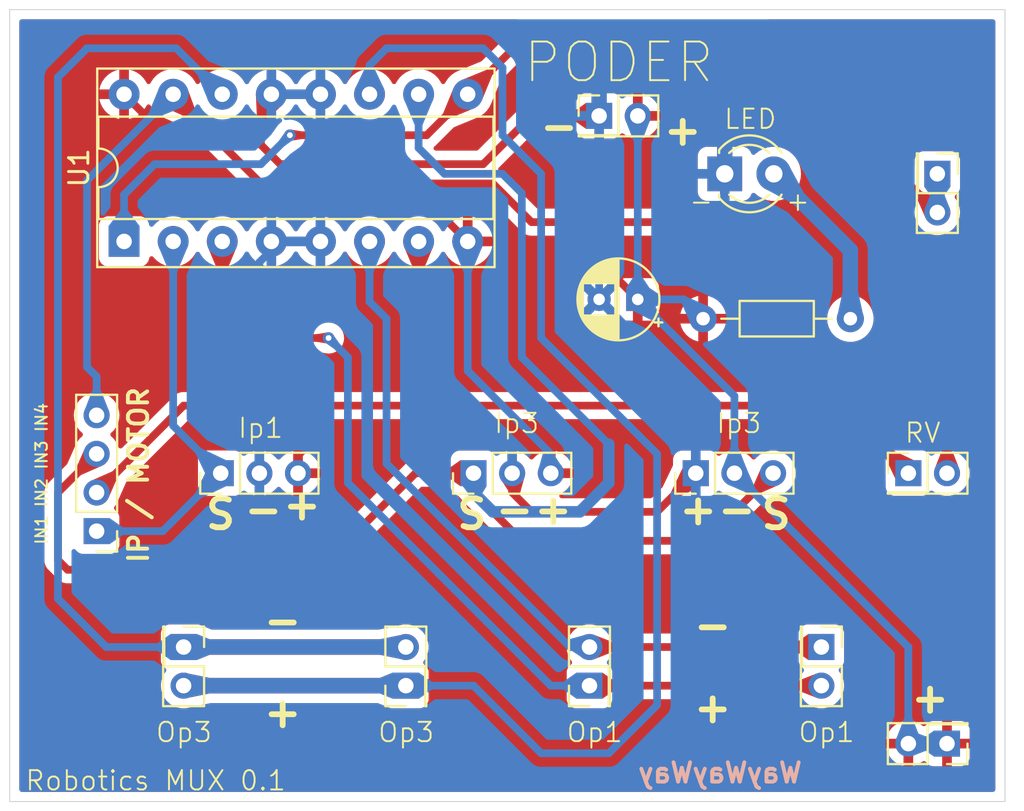
<source format=kicad_pcb>
(kicad_pcb (version 20240108) (generator "pcbnew") (generator_version "8.0")
  (layers (0 "F.Cu" signal) (31 "B.Cu" signal) (34 "B.Paste" user) (35 "F.Paste" user) (36 "B.SilkS" user "B.Silkscreen") (37 "F.SilkS" user "F.Silkscreen") (38 "B.Mask" user) (39 "F.Mask" user) (44 "Edge.Cuts" user))
  (net 0 "")
  (net 1 "Net-(D1-A)")
  (net 2 "VCC")
  (net 3 "GND")
  (net 4 "/1A")
  (net 5 "/3A")
  (net 6 "/4A")
  (net 7 "/2A")
  (net 8 "/4Y")
  (net 9 "/3Y")
  (net 10 "/1Y")
  (net 11 "/2Y")
  (net 12 "/ENABLE")
  (footprint "Connector_PinHeader_2.00mm:PinHeader_2x01_P2.00mm_Vertical" (layer "F.Cu") (at 120 72.5)
    (property "Reference" "J8" (hide yes))
    (property "Value" "RV_Top")
    (fp_line (start -1.06 -1.06) (end 0 -1.06) (stroke (width 0.12)) (layer "F.SilkS"))
    (fp_line (start -1.06 0) (end -1.06 -1.06) (stroke (width 0.12)) (layer "F.SilkS"))
    (fp_line (start -1.06 1) (end -1.06 1.06) (stroke (width 0.12)) (layer "F.SilkS"))
    (fp_line (start -1.06 1) (end 1 1) (stroke (width 0.12)) (layer "F.SilkS"))
    (fp_line (start -1.06 1.06) (end 3.06 1.06) (stroke (width 0.12)) (layer "F.SilkS"))
    (fp_line (start 1 -1.06) (end 3.06 -1.06) (stroke (width 0.12)) (layer "F.SilkS"))
    (fp_line (start 1 1) (end 1 -1.06) (stroke (width 0.12)) (layer "F.SilkS"))
    (fp_line (start 3.06 -1.06) (end 3.06 1.06) (stroke (width 0.12)) (layer "F.SilkS"))
    (pad "1" thru_hole rect (at 0 0) (size 1.35 1.35) (drill 0.8) (layers "*.Cu" "*.Mask") (net 7 "/2A"))
    (pad "2" thru_hole oval (at 2 0) (size 1.35 1.35) (drill 0.8) (layers "*.Cu" "*.Mask") (net 6 "/4A"))
  )
  (footprint "Connector_PinHeader_2.00mm:PinHeader_2x01_P2.00mm_Vertical" (layer "F.Cu") (at 103.5 83.5 90)
    (property "Reference" "J3" (hide yes))
    (property "Value" "Op1_Left")
    (fp_line (start 3.06 -1.06) (end 3.06 1.06) (stroke (width 0.12)) (layer "F.SilkS"))
    (fp_line (start 1 -1.06) (end 3.06 -1.06) (stroke (width 0.12)) (layer "F.SilkS"))
    (fp_line (start -1.06 -1.06) (end 0 -1.06) (stroke (width 0.12)) (layer "F.SilkS"))
    (fp_line (start -1.06 0) (end -1.06 -1.06) (stroke (width 0.12)) (layer "F.SilkS"))
    (fp_line (start 1 1) (end 1 -1.06) (stroke (width 0.12)) (layer "F.SilkS"))
    (fp_line (start -1.06 1) (end 1 1) (stroke (width 0.12)) (layer "F.SilkS"))
    (fp_line (start -1.06 1) (end -1.06 1.06) (stroke (width 0.12)) (layer "F.SilkS"))
    (fp_line (start -1.06 1.06) (end 3.06 1.06) (stroke (width 0.12)) (layer "F.SilkS"))
    (pad "1" thru_hole rect (at 0 0 90) (size 1.35 1.35) (drill 0.8) (layers "*.Cu" "*.Mask") (net 10 "/1Y"))
    (pad "2" thru_hole oval (at 2 0 90) (size 1.35 1.35) (drill 0.8) (layers "*.Cu" "*.Mask") (net 11 "/2Y"))
  )
  (footprint "Connector_PinHeader_2.00mm:PinHeader_1x03_P2.00mm_Vertical" (layer "F.Cu") (at 84.42 72.5 90)
    (property "Reference" "J5" (hide yes))
    (property "Value" "Ip1")
    (fp_line (start -1.06 -1.06) (end 0 -1.06) (stroke (width 0.12)) (layer "F.SilkS"))
    (fp_line (start -1.06 0) (end -1.06 -1.06) (stroke (width 0.12)) (layer "F.SilkS"))
    (fp_line (start 1.06 1) (end 1.06 5.06) (stroke (width 0.12)) (layer "F.SilkS"))
    (fp_line (start -1.06 1) (end 1.06 1) (stroke (width 0.12)) (layer "F.SilkS"))
    (fp_line (start -1.06 1) (end -1.06 5.06) (stroke (width 0.12)) (layer "F.SilkS"))
    (fp_line (start -1.06 5.06) (end 1.06 5.06) (stroke (width 0.12)) (layer "F.SilkS"))
    (pad "1" thru_hole rect (at 0 0 90) (size 1.35 1.35) (drill 0.8) (layers "*.Cu" "*.Mask") (net 4 "/1A"))
    (pad "2" thru_hole oval (at 0 2 90) (size 1.35 1.35) (drill 0.8) (layers "*.Cu" "*.Mask") (net 3 "GND"))
    (pad "3" thru_hole oval (at 0 4 90) (size 1.35 1.35) (drill 0.8) (layers "*.Cu" "*.Mask") (net 2 "VCC"))
  )
  (footprint "Capacitor_THT:CP_Radial_D4.0mm_P2.00mm" (layer "F.Cu") (at 106 63.5 180)
    (property "Reference" "C1" (hide yes))
    (property "Value" "100µF")
    (fp_line (start 3.081 -0.37) (end 3.081 0.37) (stroke (width 0.12)) (layer "F.SilkS"))
    (fp_line (start 3.041 -0.537) (end 3.041 0.537) (stroke (width 0.12)) (layer "F.SilkS"))
    (fp_line (start 3.001 -0.664) (end 3.001 0.664) (stroke (width 0.12)) (layer "F.SilkS"))
    (fp_line (start 2.961 -0.768) (end 2.961 0.768) (stroke (width 0.12)) (layer "F.SilkS"))
    (fp_line (start 2.921 -0.859) (end 2.921 0.859) (stroke (width 0.12)) (layer "F.SilkS"))
    (fp_line (start 2.881 -0.94) (end 2.881 0.94) (stroke (width 0.12)) (layer "F.SilkS"))
    (fp_line (start 2.841 -1.013) (end 2.841 1.013) (stroke (width 0.12)) (layer "F.SilkS"))
    (fp_line (start 2.801 0.84) (end 2.801 1.08) (stroke (width 0.12)) (layer "F.SilkS"))
    (fp_line (start 2.801 -1.08) (end 2.801 -0.84) (stroke (width 0.12)) (layer "F.SilkS"))
    (fp_line (start 2.761 0.84) (end 2.761 1.142) (stroke (width 0.12)) (layer "F.SilkS"))
    (fp_line (start 2.761 -1.142) (end 2.761 -0.84) (stroke (width 0.12)) (layer "F.SilkS"))
    (fp_line (start 2.721 0.84) (end 2.721 1.2) (stroke (width 0.12)) (layer "F.SilkS"))
    (fp_line (start 2.721 -1.2) (end 2.721 -0.84) (stroke (width 0.12)) (layer "F.SilkS"))
    (fp_line (start 2.681 0.84) (end 2.681 1.254) (stroke (width 0.12)) (layer "F.SilkS"))
    (fp_line (start 2.681 -1.254) (end 2.681 -0.84) (stroke (width 0.12)) (layer "F.SilkS"))
    (fp_line (start 2.641 0.84) (end 2.641 1.304) (stroke (width 0.12)) (layer "F.SilkS"))
    (fp_line (start 2.641 -1.304) (end 2.641 -0.84) (stroke (width 0.12)) (layer "F.SilkS"))
    (fp_line (start 2.601 0.84) (end 2.601 1.351) (stroke (width 0.12)) (layer "F.SilkS"))
    (fp_line (start 2.601 -1.351) (end 2.601 -0.84) (stroke (width 0.12)) (layer "F.SilkS"))
    (fp_line (start 2.561 0.84) (end 2.561 1.396) (stroke (width 0.12)) (layer "F.SilkS"))
    (fp_line (start 2.561 -1.396) (end 2.561 -0.84) (stroke (width 0.12)) (layer "F.SilkS"))
    (fp_line (start 2.521 0.84) (end 2.521 1.438) (stroke (width 0.12)) (layer "F.SilkS"))
    (fp_line (start 2.521 -1.438) (end 2.521 -0.84) (stroke (width 0.12)) (layer "F.SilkS"))
    (fp_line (start 2.481 0.84) (end 2.481 1.478) (stroke (width 0.12)) (layer "F.SilkS"))
    (fp_line (start 2.481 -1.478) (end 2.481 -0.84) (stroke (width 0.12)) (layer "F.SilkS"))
    (fp_line (start 2.441 0.84) (end 2.441 1.516) (stroke (width 0.12)) (layer "F.SilkS"))
    (fp_line (start 2.441 -1.516) (end 2.441 -0.84) (stroke (width 0.12)) (layer "F.SilkS"))
    (fp_line (start 2.401 0.84) (end 2.401 1.552) (stroke (width 0.12)) (layer "F.SilkS"))
    (fp_line (start 2.401 -1.552) (end 2.401 -0.84) (stroke (width 0.12)) (layer "F.SilkS"))
    (fp_line (start 2.361 0.84) (end 2.361 1.587) (stroke (width 0.12)) (layer "F.SilkS"))
    (fp_line (start 2.361 -1.587) (end 2.361 -0.84) (stroke (width 0.12)) (layer "F.SilkS"))
    (fp_line (start 2.321 0.84) (end 2.321 1.619) (stroke (width 0.12)) (layer "F.SilkS"))
    (fp_line (start 2.321 -1.619) (end 2.321 -0.84) (stroke (width 0.12)) (layer "F.SilkS"))
    (fp_line (start 2.281 0.84) (end 2.281 1.65) (stroke (width 0.12)) (layer "F.SilkS"))
    (fp_line (start 2.281 -1.65) (end 2.281 -0.84) (stroke (width 0.12)) (layer "F.SilkS"))
    (fp_line (start 2.241 0.84) (end 2.241 1.68) (stroke (width 0.12)) (layer "F.SilkS"))
    (fp_line (start 2.241 -1.68) (end 2.241 -0.84) (stroke (width 0.12)) (layer "F.SilkS"))
    (fp_line (start 2.201 0.84) (end 2.201 1.708) (stroke (width 0.12)) (layer "F.SilkS"))
    (fp_line (start 2.201 -1.708) (end 2.201 -0.84) (stroke (width 0.12)) (layer "F.SilkS"))
    (fp_line (start 2.161 0.84) (end 2.161 1.735) (stroke (width 0.12)) (layer "F.SilkS"))
    (fp_line (start 2.161 -1.735) (end 2.161 -0.84) (stroke (width 0.12)) (layer "F.SilkS"))
    (fp_line (start 2.121 0.84) (end 2.121 1.76) (stroke (width 0.12)) (layer "F.SilkS"))
    (fp_line (start 2.121 -1.76) (end 2.121 -0.84) (stroke (width 0.12)) (layer "F.SilkS"))
    (fp_line (start 2.081 0.84) (end 2.081 1.785) (stroke (width 0.12)) (layer "F.SilkS"))
    (fp_line (start 2.081 -1.785) (end 2.081 -0.84) (stroke (width 0.12)) (layer "F.SilkS"))
    (fp_line (start 2.041 0.84) (end 2.041 1.808) (stroke (width 0.12)) (layer "F.SilkS"))
    (fp_line (start 2.041 -1.808) (end 2.041 -0.84) (stroke (width 0.12)) (layer "F.SilkS"))
    (fp_line (start 2.001 0.84) (end 2.001 1.83) (stroke (width 0.12)) (layer "F.SilkS"))
    (fp_line (start 2.001 -1.83) (end 2.001 -0.84) (stroke (width 0.12)) (layer "F.SilkS"))
    (fp_line (start 1.961 0.84) (end 1.961 1.851) (stroke (width 0.12)) (layer "F.SilkS"))
    (fp_line (start 1.961 -1.851) (end 1.961 -0.84) (stroke (width 0.12)) (layer "F.SilkS"))
    (fp_line (start 1.921 0.84) (end 1.921 1.87) (stroke (width 0.12)) (layer "F.SilkS"))
    (fp_line (start 1.921 -1.87) (end 1.921 -0.84) (stroke (width 0.12)) (layer "F.SilkS"))
    (fp_line (start 1.881 0.84) (end 1.881 1.889) (stroke (width 0.12)) (layer "F.SilkS"))
    (fp_line (start 1.881 -1.889) (end 1.881 -0.84) (stroke (width 0.12)) (layer "F.SilkS"))
    (fp_line (start 1.841 0.84) (end 1.841 1.907) (stroke (width 0.12)) (layer "F.SilkS"))
    (fp_line (start 1.841 -1.907) (end 1.841 -0.84) (stroke (width 0.12)) (layer "F.SilkS"))
    (fp_line (start 1.801 0.84) (end 1.801 1.924) (stroke (width 0.12)) (layer "F.SilkS"))
    (fp_line (start 1.801 -1.924) (end 1.801 -0.84) (stroke (width 0.12)) (layer "F.SilkS"))
    (fp_line (start 1.761 0.84) (end 1.761 1.94) (stroke (width 0.12)) (layer "F.SilkS"))
    (fp_line (start 1.761 -1.94) (end 1.761 -0.84) (stroke (width 0.12)) (layer "F.SilkS"))
    (fp_line (start 1.721 0.84) (end 1.721 1.954) (stroke (width 0.12)) (layer "F.SilkS"))
    (fp_line (start 1.721 -1.954) (end 1.721 -0.84) (stroke (width 0.12)) (layer "F.SilkS"))
    (fp_line (start 1.68 0.84) (end 1.68 1.968) (stroke (width 0.12)) (layer "F.SilkS"))
    (fp_line (start 1.68 -1.968) (end 1.68 -0.84) (stroke (width 0.12)) (layer "F.SilkS"))
    (fp_line (start 1.64 0.84) (end 1.64 1.982) (stroke (width 0.12)) (layer "F.SilkS"))
    (fp_line (start 1.64 -1.982) (end 1.64 -0.84) (stroke (width 0.12)) (layer "F.SilkS"))
    (fp_line (start 1.6 0.84) (end 1.6 1.994) (stroke (width 0.12)) (layer "F.SilkS"))
    (fp_line (start 1.6 -1.994) (end 1.6 -0.84) (stroke (width 0.12)) (layer "F.SilkS"))
    (fp_line (start 1.56 0.84) (end 1.56 2.005) (stroke (width 0.12)) (layer "F.SilkS"))
    (fp_line (start 1.56 -2.005) (end 1.56 -0.84) (stroke (width 0.12)) (layer "F.SilkS"))
    (fp_line (start 1.52 0.84) (end 1.52 2.016) (stroke (width 0.12)) (layer "F.SilkS"))
    (fp_line (start 1.52 -2.016) (end 1.52 -0.84) (stroke (width 0.12)) (layer "F.SilkS"))
    (fp_line (start 1.48 0.84) (end 1.48 2.025) (stroke (width 0.12)) (layer "F.SilkS"))
    (fp_line (start 1.48 -2.025) (end 1.48 -0.84) (stroke (width 0.12)) (layer "F.SilkS"))
    (fp_line (start 1.44 0.84) (end 1.44 2.034) (stroke (width 0.12)) (layer "F.SilkS"))
    (fp_line (start 1.44 -2.034) (end 1.44 -0.84) (stroke (width 0.12)) (layer "F.SilkS"))
    (fp_line (start 1.4 0.84) (end 1.4 2.042) (stroke (width 0.12)) (layer "F.SilkS"))
    (fp_line (start 1.4 -2.042) (end 1.4 -0.84) (stroke (width 0.12)) (layer "F.SilkS"))
    (fp_line (start 1.36 0.84) (end 1.36 2.05) (stroke (width 0.12)) (layer "F.SilkS"))
    (fp_line (start 1.36 -2.05) (end 1.36 -0.84) (stroke (width 0.12)) (layer "F.SilkS"))
    (fp_line (start 1.32 0.84) (end 1.32 2.056) (stroke (width 0.12)) (layer "F.SilkS"))
    (fp_line (start 1.32 -2.056) (end 1.32 -0.84) (stroke (width 0.12)) (layer "F.SilkS"))
    (fp_line (start 1.28 0.84) (end 1.28 2.062) (stroke (width 0.12)) (layer "F.SilkS"))
    (fp_line (start 1.28 -2.062) (end 1.28 -0.84) (stroke (width 0.12)) (layer "F.SilkS"))
    (fp_line (start 1.24 0.84) (end 1.24 2.067) (stroke (width 0.12)) (layer "F.SilkS"))
    (fp_line (start 1.24 -2.067) (end 1.24 -0.84) (stroke (width 0.12)) (layer "F.SilkS"))
    (fp_line (start 1.2 0.84) (end 1.2 2.071) (stroke (width 0.12)) (layer "F.SilkS"))
    (fp_line (start 1.2 -2.071) (end 1.2 -0.84) (stroke (width 0.12)) (layer "F.SilkS"))
    (fp_line (start 1.16 -2.074) (end 1.16 2.074) (stroke (width 0.12)) (layer "F.SilkS"))
    (fp_line (start 1.12 -2.077) (end 1.12 2.077) (stroke (width 0.12)) (layer "F.SilkS"))
    (fp_line (start 1.08 -2.079) (end 1.08 2.079) (stroke (width 0.12)) (layer "F.SilkS"))
    (fp_line (start 1.04 -2.08) (end 1.04 2.08) (stroke (width 0.12)) (layer "F.SilkS"))
    (fp_line (start 1 -2.08) (end 1 2.08) (stroke (width 0.12)) (layer "F.SilkS"))
    (fp_line (start -1.069801 -1.395) (end -1.069801 -0.995) (stroke (width 0.12)) (layer "F.SilkS"))
    (fp_line (start -1.269801 -1.195) (end -0.869801 -1.195) (stroke (width 0.12)) (layer "F.SilkS"))
    (fp_circle (center 1 0) (end 3.12 0) (stroke (width 0.12)) (fill none) (layer "F.SilkS"))
    (pad "1" thru_hole rect (at 0 0 180) (size 1.2 1.2) (drill 0.6) (layers "*.Cu" "*.Mask") (net 2 "VCC"))
    (pad "2" thru_hole circle (at 2 0 180) (size 1.2 1.2) (drill 0.6) (layers "*.Cu" "*.Mask") (net 3 "GND"))
  )
  (footprint "LED_THT:LED_D3.0mm" (layer "F.Cu") (at 110.5 57)
    (property "Reference" "D1" (hide yes))
    (property "Value" "Red LED")
    (fp_line (start -0.29 -1.236) (end -0.29 -1.08) (stroke (width 0.12)) (layer "F.SilkS"))
    (fp_line (start -0.29 1.08) (end -0.29 1.236) (stroke (width 0.12)) (layer "F.SilkS"))
    (fp_arc (start -0.29 -1.235516) (mid 1.366487 -1.987659) (end 2.942335 -1.078608) (stroke (width 0.12)) (layer "F.SilkS"))
    (fp_arc (start 0.229039 -1.08) (mid 1.270117 -1.5) (end 2.31113 -1.079837) (stroke (width 0.12)) (layer "F.SilkS"))
    (fp_arc (start 2.31113 1.079837) (mid 1.270117 1.5) (end 0.229039 1.08) (stroke (width 0.12)) (layer "F.SilkS"))
    (fp_arc (start 2.942335 1.078608) (mid 1.366487 1.987659) (end -0.29 1.235516) (stroke (width 0.12)) (layer "F.SilkS"))
    (pad "1" thru_hole rect (at 0 0) (size 1.8 1.8) (drill 0.9) (layers "*.Cu" "*.Mask") (net 3 "GND"))
    (pad "2" thru_hole circle (at 2.54 0) (size 1.8 1.8) (drill 0.9) (layers "*.Cu" "*.Mask") (net 1 "Net-(D1-A)"))
  )
  (footprint "Connector_PinHeader_2.00mm:PinHeader_2x01_P2.00mm_Vertical" (layer "F.Cu") (at 121.5 57 -90)
    (property "Reference" "J11" (hide yes))
    (property "Value" "EN+1")
    (fp_line (start -1.06 1.06) (end 3.06 1.06) (stroke (width 0.12)) (layer "F.SilkS"))
    (fp_line (start -1.06 1) (end -1.06 1.06) (stroke (width 0.12)) (layer "F.SilkS"))
    (fp_line (start -1.06 1) (end 1 1) (stroke (width 0.12)) (layer "F.SilkS"))
    (fp_line (start 1 1) (end 1 -1.06) (stroke (width 0.12)) (layer "F.SilkS"))
    (fp_line (start -1.06 0) (end -1.06 -1.06) (stroke (width 0.12)) (layer "F.SilkS"))
    (fp_line (start -1.06 -1.06) (end 0 -1.06) (stroke (width 0.12)) (layer "F.SilkS"))
    (fp_line (start 1 -1.06) (end 3.06 -1.06) (stroke (width 0.12)) (layer "F.SilkS"))
    (fp_line (start 3.06 -1.06) (end 3.06 1.06) (stroke (width 0.12)) (layer "F.SilkS"))
    (pad "1" thru_hole rect (at 0 0 270) (size 1.35 1.35) (drill 0.8) (layers "*.Cu" "*.Mask") (net 12 "/ENABLE"))
    (pad "2" thru_hole oval (at 2 0 270) (size 1.35 1.35) (drill 0.8) (layers "*.Cu" "*.Mask") (net 12 "/ENABLE"))
  )
  (footprint "Connector_PinHeader_2.00mm:PinHeader_1x03_P2.00mm_Vertical" (layer "F.Cu") (at 97.5 72.5 90)
    (property "Reference" "J6" (hide yes))
    (property "Value" "Center")
    (fp_line (start -1.06 -1.06) (end 0 -1.06) (stroke (width 0.12)) (layer "F.SilkS"))
    (fp_line (start -1.06 0) (end -1.06 -1.06) (stroke (width 0.12)) (layer "F.SilkS"))
    (fp_line (start 1.06 1) (end 1.06 5.06) (stroke (width 0.12)) (layer "F.SilkS"))
    (fp_line (start -1.06 1) (end 1.06 1) (stroke (width 0.12)) (layer "F.SilkS"))
    (fp_line (start -1.06 1) (end -1.06 5.06) (stroke (width 0.12)) (layer "F.SilkS"))
    (fp_line (start -1.06 5.06) (end 1.06 5.06) (stroke (width 0.12)) (layer "F.SilkS"))
    (pad "1" thru_hole rect (at 0 0 90) (size 1.35 1.35) (drill 0.8) (layers "*.Cu" "*.Mask") (net 5 "/3A"))
    (pad "2" thru_hole oval (at 0 2 90) (size 1.35 1.35) (drill 0.8) (layers "*.Cu" "*.Mask") (net 3 "GND"))
    (pad "3" thru_hole oval (at 0 4 90) (size 1.35 1.35) (drill 0.8) (layers "*.Cu" "*.Mask") (net 2 "VCC"))
  )
  (footprint "Connector_PinHeader_2.00mm:PinHeader_2x01_P2.00mm_Vertical" (layer "F.Cu") (at 104 54)
    (property "Reference" "J12" (hide yes))
    (property "Value" "Power")
    (fp_line (start -1.06 -1.06) (end 0 -1.06) (stroke (width 0.12)) (layer "F.SilkS"))
    (fp_line (start -1.06 0) (end -1.06 -1.06) (stroke (width 0.12)) (layer "F.SilkS"))
    (fp_line (start -1.06 1) (end -1.06 1.06) (stroke (width 0.12)) (layer "F.SilkS"))
    (fp_line (start -1.06 1) (end 1 1) (stroke (width 0.12)) (layer "F.SilkS"))
    (fp_line (start -1.06 1.06) (end 3.06 1.06) (stroke (width 0.12)) (layer "F.SilkS"))
    (fp_line (start 1 -1.06) (end 3.06 -1.06) (stroke (width 0.12)) (layer "F.SilkS"))
    (fp_line (start 1 1) (end 1 -1.06) (stroke (width 0.12)) (layer "F.SilkS"))
    (fp_line (start 3.06 -1.06) (end 3.06 1.06) (stroke (width 0.12)) (layer "F.SilkS"))
    (pad "1" thru_hole rect (at 0 0) (size 1.35 1.35) (drill 0.8) (layers "*.Cu" "*.Mask") (net 3 "GND"))
    (pad "2" thru_hole oval (at 2 0) (size 1.35 1.35) (drill 0.8) (layers "*.Cu" "*.Mask") (net 2 "VCC"))
  )
  (footprint "Connector_PinHeader_2.00mm:PinHeader_2x01_P2.00mm_Vertical" (layer "F.Cu") (at 122 86.5 180)
    (property "Reference" "J9" (hide yes))
    (property "Value" "RV_Bottom")
    (fp_line (start 3.06 -1.06) (end 3.06 1.06) (stroke (width 0.12)) (layer "F.SilkS"))
    (fp_line (start 1 1) (end 1 -1.06) (stroke (width 0.12)) (layer "F.SilkS"))
    (fp_line (start 1 -1.06) (end 3.06 -1.06) (stroke (width 0.12)) (layer "F.SilkS"))
    (fp_line (start -1.06 1.06) (end 3.06 1.06) (stroke (width 0.12)) (layer "F.SilkS"))
    (fp_line (start -1.06 1) (end 1 1) (stroke (width 0.12)) (layer "F.SilkS"))
    (fp_line (start -1.06 1) (end -1.06 1.06) (stroke (width 0.12)) (layer "F.SilkS"))
    (fp_line (start -1.06 0) (end -1.06 -1.06) (stroke (width 0.12)) (layer "F.SilkS"))
    (fp_line (start -1.06 -1.06) (end 0 -1.06) (stroke (width 0.12)) (layer "F.SilkS"))
    (pad "1" thru_hole rect (at 0 0 180) (size 1.35 1.35) (drill 0.8) (layers "*.Cu" "*.Mask") (net 2 "VCC"))
    (pad "2" thru_hole oval (at 2 0 180) (size 1.35 1.35) (drill 0.8) (layers "*.Cu" "*.Mask") (net 2 "VCC"))
  )
  (footprint "Resistor_THT:R_Axial_DIN0204_L3.6mm_D1.6mm_P7.62mm_Horizontal" (layer "F.Cu") (at 117 64.5 180)
    (property "Reference" "R1" (hide yes))
    (property "Value" "10k")
    (fp_line (start 6.68 0) (end 5.73 0) (stroke (width 0.12)) (layer "F.SilkS"))
    (fp_line (start 5.73 0.92) (end 5.73 -0.92) (stroke (width 0.12)) (layer "F.SilkS"))
    (fp_line (start 5.73 -0.92) (end 1.89 -0.92) (stroke (width 0.12)) (layer "F.SilkS"))
    (fp_line (start 1.89 0.92) (end 5.73 0.92) (stroke (width 0.12)) (layer "F.SilkS"))
    (fp_line (start 1.89 -0.92) (end 1.89 0.92) (stroke (width 0.12)) (layer "F.SilkS"))
    (fp_line (start 0.94 0) (end 1.89 0) (stroke (width 0.12)) (layer "F.SilkS"))
    (pad "1" thru_hole circle (at 0 0 180) (size 1.4 1.4) (drill 0.7) (layers "*.Cu" "*.Mask") (net 1 "Net-(D1-A)"))
    (pad "2" thru_hole oval (at 7.62 0 180) (size 1.4 1.4) (drill 0.7) (layers "*.Cu" "*.Mask") (net 2 "VCC"))
  )
  (footprint "Package_DIP:DIP-16_W7.62mm_Socket" (layer "F.Cu") (at 79.42 60.5 90)
    (property "Reference" "U1" (at 3.81 -2.33 -90) (layer "F.SilkS"))
    (property "Value" "L293D")
    (fp_line (start 8.95 -1.39) (end -1.33 -1.39) (stroke (width 0.12)) (layer "F.SilkS"))
    (fp_line (start -1.33 -1.39) (end -1.33 19.17) (stroke (width 0.12)) (layer "F.SilkS"))
    (fp_line (start 6.46 -1.33) (end 4.81 -1.33) (stroke (width 0.12)) (layer "F.SilkS"))
    (fp_line (start 2.81 -1.33) (end 1.16 -1.33) (stroke (width 0.12)) (layer "F.SilkS"))
    (fp_line (start 1.16 -1.33) (end 1.16 19.11) (stroke (width 0.12)) (layer "F.SilkS"))
    (fp_line (start 6.46 19.11) (end 6.46 -1.33) (stroke (width 0.12)) (layer "F.SilkS"))
    (fp_line (start 1.16 19.11) (end 6.46 19.11) (stroke (width 0.12)) (layer "F.SilkS"))
    (fp_line (start 8.95 19.17) (end 8.95 -1.39) (stroke (width 0.12)) (layer "F.SilkS"))
    (fp_line (start -1.33 19.17) (end 8.95 19.17) (stroke (width 0.12)) (layer "F.SilkS"))
    (fp_arc (start 4.81 -1.33) (mid 3.81 -0.33) (end 2.81 -1.33) (stroke (width 0.12)) (layer "F.SilkS"))
    (pad "1" thru_hole rect (at 0 0 90) (size 1.6 1.6) (drill 0.8) (layers "*.Cu" "*.Mask") (net 12 "/ENABLE"))
    (pad "2" thru_hole oval (at 0 2.54 90) (size 1.6 1.6) (drill 0.8) (layers "*.Cu" "*.Mask") (net 4 "/1A"))
    (pad "3" thru_hole oval (at 0 5.08 90) (size 1.6 1.6) (drill 0.8) (layers "*.Cu" "*.Mask") (net 10 "/1Y"))
    (pad "4" thru_hole oval (at 0 7.62 90) (size 1.6 1.6) (drill 0.8) (layers "*.Cu" "*.Mask") (net 3 "GND"))
    (pad "5" thru_hole oval (at 0 10.16 90) (size 1.6 1.6) (drill 0.8) (layers "*.Cu" "*.Mask") (net 3 "GND"))
    (pad "6" thru_hole oval (at 0 12.7 90) (size 1.6 1.6) (drill 0.8) (layers "*.Cu" "*.Mask") (net 11 "/2Y"))
    (pad "7" thru_hole oval (at 0 15.24 90) (size 1.6 1.6) (drill 0.8) (layers "*.Cu" "*.Mask") (net 7 "/2A"))
    (pad "8" thru_hole oval (at 0 17.78 90) (size 1.6 1.6) (drill 0.8) (layers "*.Cu" "*.Mask") (net 2 "VCC"))
    (pad "9" thru_hole oval (at 7.62 17.78 90) (size 1.6 1.6) (drill 0.8) (layers "*.Cu" "*.Mask") (net 12 "/ENABLE"))
    (pad "10" thru_hole oval (at 7.62 15.24 90) (size 1.6 1.6) (drill 0.8) (layers "*.Cu" "*.Mask") (net 5 "/3A"))
    (pad "11" thru_hole oval (at 7.62 12.7 90) (size 1.6 1.6) (drill 0.8) (layers "*.Cu" "*.Mask") (net 9 "/3Y"))
    (pad "12" thru_hole oval (at 7.62 10.16 90) (size 1.6 1.6) (drill 0.8) (layers "*.Cu" "*.Mask") (net 3 "GND"))
    (pad "13" thru_hole oval (at 7.62 7.62 90) (size 1.6 1.6) (drill 0.8) (layers "*.Cu" "*.Mask") (net 3 "GND"))
    (pad "14" thru_hole oval (at 7.62 5.08 90) (size 1.6 1.6) (drill 0.8) (layers "*.Cu" "*.Mask") (net 8 "/4Y"))
    (pad "15" thru_hole oval (at 7.62 2.54 90) (size 1.6 1.6) (drill 0.8) (layers "*.Cu" "*.Mask") (net 6 "/4A"))
    (pad "16" thru_hole oval (at 7.62 0 90) (size 1.6 1.6) (drill 0.8) (layers "*.Cu" "*.Mask") (net 2 "VCC"))
  )
  (footprint "Connector_PinHeader_2.00mm:PinHeader_2x01_P2.00mm_Vertical" (layer "F.Cu") (at 82.5 81.5 -90)
    (property "Reference" "J1" (hide yes))
    (property "Value" "Op3_Left")
    (fp_line (start -1.06 1.06) (end 3.06 1.06) (stroke (width 0.12)) (layer "F.SilkS"))
    (fp_line (start -1.06 1) (end -1.06 1.06) (stroke (width 0.12)) (layer "F.SilkS"))
    (fp_line (start -1.06 1) (end 1 1) (stroke (width 0.12)) (layer "F.SilkS"))
    (fp_line (start 1 1) (end 1 -1.06) (stroke (width 0.12)) (layer "F.SilkS"))
    (fp_line (start -1.06 0) (end -1.06 -1.06) (stroke (width 0.12)) (layer "F.SilkS"))
    (fp_line (start -1.06 -1.06) (end 0 -1.06) (stroke (width 0.12)) (layer "F.SilkS"))
    (fp_line (start 1 -1.06) (end 3.06 -1.06) (stroke (width 0.12)) (layer "F.SilkS"))
    (fp_line (start 3.06 -1.06) (end 3.06 1.06) (stroke (width 0.12)) (layer "F.SilkS"))
    (pad "1" thru_hole rect (at 0 0 270) (size 1.35 1.35) (drill 0.8) (layers "*.Cu" "*.Mask") (net 8 "/4Y"))
    (pad "2" thru_hole oval (at 2 0 270) (size 1.35 1.35) (drill 0.8) (layers "*.Cu" "*.Mask") (net 9 "/3Y"))
  )
  (footprint "Connector_PinHeader_2.00mm:PinHeader_1x03_P2.00mm_Vertical" (layer "F.Cu") (at 109 72.5 90)
    (property "Reference" "J7" (hide yes))
    (property "Value" "Right")
    (fp_line (start -1.06 -1.06) (end 0 -1.06) (stroke (width 0.12)) (layer "F.SilkS"))
    (fp_line (start -1.06 0) (end -1.06 -1.06) (stroke (width 0.12)) (layer "F.SilkS"))
    (fp_line (start 1.06 1) (end 1.06 5.06) (stroke (width 0.12)) (layer "F.SilkS"))
    (fp_line (start -1.06 1) (end 1.06 1) (stroke (width 0.12)) (layer "F.SilkS"))
    (fp_line (start -1.06 1) (end -1.06 5.06) (stroke (width 0.12)) (layer "F.SilkS"))
    (fp_line (start -1.06 5.06) (end 1.06 5.06) (stroke (width 0.12)) (layer "F.SilkS"))
    (pad "1" thru_hole rect (at 0 0 90) (size 1.35 1.35) (drill 0.8) (layers "*.Cu" "*.Mask") (net 3 "GND"))
    (pad "2" thru_hole oval (at 0 2 90) (size 1.35 1.35) (drill 0.8) (layers "*.Cu" "*.Mask") (net 2 "VCC"))
    (pad "3" thru_hole oval (at 0 4 90) (size 1.35 1.35) (drill 0.8) (layers "*.Cu" "*.Mask") (net 5 "/3A"))
  )
  (footprint "Connector_PinHeader_2.00mm:PinHeader_2x01_P2.00mm_Vertical" (layer "F.Cu") (at 115.5 81.5 -90)
    (property "Reference" "J4" (hide yes))
    (property "Value" "Op1_Right")
    (fp_line (start -1.06 1.06) (end 3.06 1.06) (stroke (width 0.12)) (layer "F.SilkS"))
    (fp_line (start -1.06 1) (end -1.06 1.06) (stroke (width 0.12)) (layer "F.SilkS"))
    (fp_line (start -1.06 1) (end 1 1) (stroke (width 0.12)) (layer "F.SilkS"))
    (fp_line (start 1 1) (end 1 -1.06) (stroke (width 0.12)) (layer "F.SilkS"))
    (fp_line (start -1.06 0) (end -1.06 -1.06) (stroke (width 0.12)) (layer "F.SilkS"))
    (fp_line (start -1.06 -1.06) (end 0 -1.06) (stroke (width 0.12)) (layer "F.SilkS"))
    (fp_line (start 1 -1.06) (end 3.06 -1.06) (stroke (width 0.12)) (layer "F.SilkS"))
    (fp_line (start 3.06 -1.06) (end 3.06 1.06) (stroke (width 0.12)) (layer "F.SilkS"))
    (pad "1" thru_hole rect (at 0 0 270) (size 1.35 1.35) (drill 0.8) (layers "*.Cu" "*.Mask") (net 11 "/2Y"))
    (pad "2" thru_hole oval (at 2 0 270) (size 1.35 1.35) (drill 0.8) (layers "*.Cu" "*.Mask") (net 10 "/1Y"))
  )
  (footprint "Connector_PinHeader_2.00mm:PinHeader_1x04_P2.00mm_Vertical" (layer "F.Cu") (at 78 75.5 180)
    (property "Reference" "J10" (hide yes))
    (property "Value" "IP/MOTOR")
    (fp_line (start 1.06 1) (end 1.06 7.06) (stroke (width 0.12)) (layer "F.SilkS"))
    (fp_line (start -1.06 7.06) (end 1.06 7.06) (stroke (width 0.12)) (layer "F.SilkS"))
    (fp_line (start -1.06 1) (end 1.06 1) (stroke (width 0.12)) (layer "F.SilkS"))
    (fp_line (start -1.06 1) (end -1.06 7.06) (stroke (width 0.12)) (layer "F.SilkS"))
    (fp_line (start -1.06 0) (end -1.06 -1.06) (stroke (width 0.12)) (layer "F.SilkS"))
    (fp_line (start -1.06 -1.06) (end 0 -1.06) (stroke (width 0.12)) (layer "F.SilkS"))
    (pad "1" thru_hole rect (at 0 0 180) (size 1.35 1.35) (drill 0.8) (layers "*.Cu" "*.Mask") (net 4 "/1A"))
    (pad "2" thru_hole oval (at 0 2 180) (size 1.35 1.35) (drill 0.8) (layers "*.Cu" "*.Mask") (net 7 "/2A"))
    (pad "3" thru_hole oval (at 0 4 180) (size 1.35 1.35) (drill 0.8) (layers "*.Cu" "*.Mask") (net 5 "/3A"))
    (pad "4" thru_hole oval (at 0 6 180) (size 1.35 1.35) (drill 0.8) (layers "*.Cu" "*.Mask") (net 6 "/4A"))
  )
  (footprint "Connector_PinHeader_2.00mm:PinHeader_2x01_P2.00mm_Vertical" (layer "F.Cu") (at 94 83.5 90)
    (property "Reference" "J2" (hide yes))
    (property "Value" "Op3_Right")
    (fp_line (start 3.06 -1.06) (end 3.06 1.06) (stroke (width 0.12)) (layer "F.SilkS"))
    (fp_line (start 1 -1.06) (end 3.06 -1.06) (stroke (width 0.12)) (layer "F.SilkS"))
    (fp_line (start -1.06 -1.06) (end 0 -1.06) (stroke (width 0.12)) (layer "F.SilkS"))
    (fp_line (start -1.06 0) (end -1.06 -1.06) (stroke (width 0.12)) (layer "F.SilkS"))
    (fp_line (start 1 1) (end 1 -1.06) (stroke (width 0.12)) (layer "F.SilkS"))
    (fp_line (start -1.06 1) (end 1 1) (stroke (width 0.12)) (layer "F.SilkS"))
    (fp_line (start -1.06 1) (end -1.06 1.06) (stroke (width 0.12)) (layer "F.SilkS"))
    (fp_line (start -1.06 1.06) (end 3.06 1.06) (stroke (width 0.12)) (layer "F.SilkS"))
    (pad "1" thru_hole rect (at 0 0 90) (size 1.35 1.35) (drill 0.8) (layers "*.Cu" "*.Mask") (net 9 "/3Y"))
    (pad "2" thru_hole oval (at 2 0 90) (size 1.35 1.35) (drill 0.8) (layers "*.Cu" "*.Mask") (net 8 "/4Y"))
  )
  (gr_line (start 73.5 48.5) (end 125 48.5) (stroke (width 0.05)) (layer "Edge.Cuts"))
  (gr_line (start 125 48.5) (end 125 89.5) (stroke (width 0.05)) (layer "Edge.Cuts"))
  (gr_line (start 73.5 89.5) (end 73.5 48.5) (stroke (width 0.05)) (layer "Edge.Cuts"))
  (gr_line (start 125 89.5) (end 73.5 89.5) (stroke (width 0.05)) (layer "Edge.Cuts"))
  (gr_text "WayWayWay" (at 114.6 88.6 0) (layer "B.SilkS") (effects (font (size 1 1) (thickness 0.2) (bold yes)) (justify left bottom mirror)))
  (gr_text "Op1" (at 114.25 86.5 0) (layer "F.SilkS") (effects (font (size 1 1) (thickness 0.1)) (justify left bottom)))
  (gr_text "+" (at 108.75 85.5 0) (layer "F.SilkS") (effects (font (size 1.5 1.5) (thickness 0.3) (bold yes)) (justify left bottom)))
  (gr_text "IN1 IN2 IN3 IN4" (at 75.5 76.25 90) (layer "F.SilkS") (effects (font (size 0.6 0.6) (thickness 0.1) (bold yes)) (justify left bottom)))
  (gr_text "+" (at 108 75.25 0) (layer "F.SilkS") (effects (font (size 1.5 1.5) (thickness 0.3) (bold yes)) (justify left bottom)))
  (gr_text "PODER" (at 100 52.4 0) (layer "F.SilkS") (effects (font (size 2 2) (thickness 0.1)) (justify left bottom)))
  (gr_text "-" (at 108.6 59 0) (layer "F.SilkS") (effects (font (size 1 1) (thickness 0.1)) (justify left bottom)))
  (gr_text "-" (at 85.5 75.25 0) (layer "F.SilkS") (effects (font (size 1.5 1.5) (thickness 0.3) (bold yes)) (justify left bottom)))
  (gr_text "Op3" (at 81 86.5 0) (layer "F.SilkS") (effects (font (size 1 1) (thickness 0.1)) (justify left bottom)))
  (gr_text "-" (at 110 75.25 0) (layer "F.SilkS") (effects (font (size 1.5 1.5) (thickness 0.3) (bold yes)) (justify left bottom)))
  (gr_text "+" (at 113.6 59 0) (layer "F.SilkS") (effects (font (size 1 1) (thickness 0.1)) (justify left bottom)))
  (gr_text "-" (at 98.5 75.25 0) (layer "F.SilkS") (effects (font (size 1.5 1.5) (thickness 0.3) (bold yes)) (justify left bottom)))
  (gr_text "-" (at 100.8 55.4 0) (layer "F.SilkS") (effects (font (size 1.5 1.5) (thickness 0.3) (bold yes)) (justify left bottom)))
  (gr_text "RV" (at 119.75 71 0) (layer "F.SilkS") (effects (font (size 1 1) (thickness 0.1)) (justify left bottom)))
  (gr_text "-" (at 86.5 81 0) (layer "F.SilkS") (effects (font (size 1.5 1.5) (thickness 0.3) (bold yes)) (justify left bottom)))
  (gr_text "IP / MOTOR" (at 80.75 77.25 90) (layer "F.SilkS") (effects (font (size 1 1) (thickness 0.2) (bold yes)) (justify left bottom)))
  (gr_text "+" (at 100.5 75.25 0) (layer "F.SilkS") (effects (font (size 1.5 1.5) (thickness 0.3) (bold yes)) (justify left bottom)))
  (gr_text "Ip3" (at 98.5 70.5 0) (layer "F.SilkS") (effects (font (size 1 1) (thickness 0.1)) (justify left bottom)))
  (gr_text "S" (at 96.5 75.5 0) (layer "F.SilkS") (effects (font (size 1.5 1.5) (thickness 0.3) (bold yes)) (justify left bottom)))
  (gr_text "S" (at 83.5 75.5 0) (layer "F.SilkS") (effects (font (size 1.5 1.5) (thickness 0.3) (bold yes)) (justify left bottom)))
  (gr_text "LED" (at 110.4 54.75 0) (layer "F.SilkS") (effects (font (size 1 1) (thickness 0.1)) (justify left bottom)))
  (gr_text "Robotics MUX 0.1\n" (at 74.25 89 0) (layer "F.SilkS") (effects (font (size 1 1) (thickness 0.1)) (justify left bottom)))
  (gr_text "Ip1" (at 85.25 70.75 0) (layer "F.SilkS") (effects (font (size 1 1) (thickness 0.1)) (justify left bottom)))
  (gr_text "+" (at 120 85 0) (layer "F.SilkS") (effects (font (size 1.5 1.5) (thickness 0.3) (bold yes)) (justify left bottom)))
  (gr_text "Op1" (at 102.25 86.5 0) (layer "F.SilkS") (effects (font (size 1 1) (thickness 0.1)) (justify left bottom)))
  (gr_text "Ip3" (at 110 70.5 0) (layer "F.SilkS") (effects (font (size 1 1) (thickness 0.1)) (justify left bottom)))
  (gr_text "Op3" (at 92.5 86.5 0) (layer "F.SilkS") (effects (font (size 1 1) (thickness 0.1)) (justify left bottom)))
  (gr_text "S" (at 112.25 75.5 0) (layer "F.SilkS") (effects (font (size 1.5 1.5) (thickness 0.3) (bold yes)) (justify left bottom)))
  (gr_text "+" (at 107.2 55.6 0) (layer "F.SilkS") (effects (font (size 1.5 1.5) (thickness 0.3) (bold yes)) (justify left bottom)))
  (gr_text "+" (at 87.5 75 0) (layer "F.SilkS") (effects (font (size 1.5 1.5) (thickness 0.3) (bold yes)) (justify left bottom)))
  (gr_text "+" (at 86.5 85.75 0) (layer "F.SilkS") (effects (font (size 1.5 1.5) (thickness 0.3) (bold yes)) (justify left bottom)))
  (gr_text "-" (at 108.75 81.25 0) (layer "F.SilkS") (effects (font (size 1.5 1.5) (thickness 0.3) (bold yes)) (justify left bottom)))
  (segment (start 113.04 57) (end 117 60.96) (width 0.8) (layer "B.Cu") (net 1))
  (segment (start 117 60.96) (end 117 64.5) (width 0.8) (layer "B.Cu") (net 1))
  (segment (start 101.5 71.5) (end 100.5 70.5) (width 0.4) (layer "F.Cu") (net 2))
  (segment (start 103 60.5) (end 97.2 60.5) (width 0.4) (layer "F.Cu") (net 2))
  (segment (start 106 63.5) (end 108.38 63.5) (width 0.4) (layer "F.Cu") (net 2))
  (segment (start 106 63.5) (end 103 60.5) (width 0.4) (layer "F.Cu") (net 2))
  (segment (start 97.2 60.5) (end 95.2 58.5) (width 0.4) (layer "F.Cu") (net 2))
  (segment (start 89.5 70.5) (end 88.42 71.58) (width 0.4) (layer "F.Cu") (net 2))
  (segment (start 101.5 72.5) (end 101.5 71.5) (width 0.4) (layer "F.Cu") (net 2))
  (segment (start 85 58.46) (end 79.42 52.88) (width 0.4) (layer "F.Cu") (net 2))
  (segment (start 95.2 58.5) (end 85 58.5) (width 0.4) (layer "F.Cu") (net 2))
  (segment (start 108.38 63.5) (end 109.38 64.5) (width 0.4) (layer "F.Cu") (net 2))
  (segment (start 88.42 71.58) (end 88.42 72.5) (width 0.4) (layer "F.Cu") (net 2))
  (segment (start 100.5 70.5) (end 89.5 70.5) (width 0.4) (layer "F.Cu") (net 2))
  (segment (start 85 58.5) (end 85 58.46) (width 0.4) (layer "F.Cu") (net 2))
  (segment (start 106 54) (end 106 63.5) (width 0.4) (layer "B.Cu") (net 2))
  (segment (start 106 63.5) (end 111 68.5) (width 0.4) (layer "B.Cu") (net 2))
  (segment (start 111 72.5) (end 120 81.5) (width 0.4) (layer "B.Cu") (net 2))
  (segment (start 108.38 63.5) (end 109.38 64.5) (width 0.4) (layer "B.Cu") (net 2))
  (segment (start 111 68.5) (end 111 72.5) (width 0.4) (layer "B.Cu") (net 2))
  (segment (start 97.2 67.2) (end 97.2 60.5) (width 0.4) (layer "B.Cu") (net 2))
  (segment (start 120 81.5) (end 120 86.5) (width 0.4) (layer "B.Cu") (net 2))
  (segment (start 101.5 72.5) (end 101.5 71.5) (width 0.4) (layer "B.Cu") (net 2))
  (segment (start 101.5 71.5) (end 97.2 67.2) (width 0.4) (layer "B.Cu") (net 2))
  (segment (start 106 63.5) (end 108.38 63.5) (width 0.4) (layer "B.Cu") (net 2))
  (segment (start 122 86.5) (end 120 86.5) (width 0.4) (layer "B.Cu") (net 2))
  (segment (start 87.04 52.88) (end 87.04 52.96) (width 0.4) (layer "F.Cu") (net 3))
  (segment (start 98 56.5) (end 100.5 54) (width 0.4) (layer "F.Cu") (net 3))
  (segment (start 107 74.5) (end 100.5 74.5) (width 0.4) (layer "F.Cu") (net 3))
  (segment (start 99.5 73.5) (end 99.5 72.5) (width 0.4) (layer "F.Cu") (net 3))
  (segment (start 87.04 52.96) (end 86.5 53.5) (width 0.4) (layer "F.Cu") (net 3))
  (segment (start 86.5 55.5) (end 87.5 56.5) (width 0.4) (layer "F.Cu") (net 3))
  (segment (start 87.5 56.5) (end 98 56.5) (width 0.4) (layer "F.Cu") (net 3))
  (segment (start 109 72.5) (end 107 74.5) (width 0.4) (layer "F.Cu") (net 3))
  (segment (start 100.5 54) (end 104 54) (width 0.4) (layer "F.Cu") (net 3))
  (segment (start 100.5 74.5) (end 99.5 73.5) (width 0.4) (layer "F.Cu") (net 3))
  (segment (start 86.5 53.5) (end 86.5 55.5) (width 0.4) (layer "F.Cu") (net 3))
  (segment (start 87.04 60.5) (end 87.04 60.96) (width 0.4) (layer "B.Cu") (net 3))
  (segment (start 110.5 52.5) (end 110.5 57) (width 0.8) (layer "B.Cu") (net 3))
  (segment (start 104 63.5) (end 109 68.5) (width 0.4) (layer "B.Cu") (net 3))
  (segment (start 109 51) (end 110.5 52.5) (width 0.8) (layer "B.Cu") (net 3))
  (segment (start 89.58 60.5) (end 87.04 60.5) (width 0.4) (layer "B.Cu") (net 3))
  (segment (start 104 54) (end 104 63.5) (width 0.4) (layer "B.Cu") (net 3))
  (segment (start 86.42 61.58) (end 86.42 72.5) (width 0.4) (layer "B.Cu") (net 3))
  (segment (start 105 51) (end 109 51) (width 0.8) (layer "B.Cu") (net 3))
  (segment (start 104 52) (end 105 51) (width 0.8) (layer "B.Cu") (net 3))
  (segment (start 104 54) (end 104 52) (width 0.8) (layer "B.Cu") (net 3))
  (segment (start 109 68.5) (end 109 72.5) (width 0.4) (layer "B.Cu") (net 3))
  (segment (start 89.58 52.88) (end 87.04 52.88) (width 0.4) (layer "B.Cu") (net 3))
  (segment (start 87.04 60.96) (end 86.42 61.58) (width 0.4) (layer "B.Cu") (net 3))
  (segment (start 89.58 52.88) (end 89.58 60.5) (width 0.4) (layer "B.Cu") (net 3))
  (segment (start 84.42 72.5) (end 81.42 75.5) (width 0.4) (layer "B.Cu") (net 4))
  (segment (start 81.42 75.5) (end 78 75.5) (width 0.4) (layer "B.Cu") (net 4))
  (segment (start 81.96 70.04) (end 84.42 72.5) (width 0.4) (layer "B.Cu") (net 4))
  (segment (start 81.96 60.5) (end 81.96 70.04) (width 0.4) (layer "B.Cu") (net 4))
  (segment (start 109.5 76) (end 100 76) (width 0.4) (layer "F.Cu") (net 5))
  (segment (start 76 73.5) (end 78 71.5) (width 0.4) (layer "F.Cu") (net 5))
  (segment (start 76.5 77.5) (end 76 77) (width 0.4) (layer "F.Cu") (net 5))
  (segment (start 97.5 73.5) (end 100 76) (width 0.4) (layer "F.Cu") (net 5))
  (segment (start 97.5 72.5) (end 94.5 72.5) (width 0.4) (layer "F.Cu") (net 5))
  (segment (start 97.5 72.5) (end 97.5 73.5) (width 0.4) (layer "F.Cu") (net 5))
  (segment (start 76 77) (end 76 73.5) (width 0.4) (layer "F.Cu") (net 5))
  (segment (start 89.5 77.5) (end 76.5 77.5) (width 0.4) (layer "F.Cu") (net 5))
  (segment (start 94.5 72.5) (end 89.5 77.5) (width 0.4) (layer "F.Cu") (net 5))
  (segment (start 113 72.5) (end 109.5 76) (width 0.4) (layer "F.Cu") (net 5))
  (segment (start 100 65.5) (end 100 66.5) (width 0.4) (layer "B.Cu") (net 5))
  (segment (start 100 58) (end 100 65.5) (width 0.4) (layer "B.Cu") (net 5))
  (segment (start 99 57) (end 100 58) (width 0.4) (layer "B.Cu") (net 5))
  (segment (start 94.66 52.88) (end 94.66 55.66) (width 0.4) (layer "B.Cu") (net 5))
  (segment (start 104.5 71) (end 104.5 73) (width 0.6) (layer "B.Cu") (net 5))
  (segment (start 96 57) (end 99 57) (width 0.4) (layer "B.Cu") (net 5))
  (segment (start 94.66 55.66) (end 95.5 56.5) (width 0.4) (layer "B.Cu") (net 5))
  (segment (start 97.5 73.5) (end 97.5 72.5) (width 0.6) (layer "B.Cu") (net 5))
  (segment (start 103 74.5) (end 98.5 74.5) (width 0.6) (layer "B.Cu") (net 5))
  (segment (start 98.5 74.5) (end 97.5 73.5) (width 0.6) (layer "B.Cu") (net 5))
  (segment (start 95.5 56.5) (end 96 57) (width 0.4) (layer "B.Cu") (net 5))
  (segment (start 104.5 73) (end 103 74.5) (width 0.6) (layer "B.Cu") (net 5))
  (segment (start 100 66.5) (end 104.5 71) (width 0.4) (layer "B.Cu") (net 5))
  (segment (start 98.5 57.5) (end 86.5 57.5) (width 0.4) (layer "F.Cu") (net 6))
  (segment (start 109 59.5) (end 100.5 59.5) (width 0.4) (layer "F.Cu") (net 6))
  (segment (start 100.5 59.5) (end 98.5 57.5) (width 0.4) (layer "F.Cu") (net 6))
  (segment (start 118.5 69) (end 109 59.5) (width 0.4) (layer "F.Cu") (net 6))
  (segment (start 86.5 57.5) (end 82 53) (width 0.4) (layer "F.Cu") (net 6))
  (segment (start 120 69) (end 118.5 69) (width 0.4) (layer "F.Cu") (net 6))
  (segment (start 122 72.5) (end 122 71) (width 0.4) (layer "F.Cu") (net 6))
  (segment (start 122 71) (end 120 69) (width 0.4) (layer "F.Cu") (net 6))
  (segment (start 81.96 52.88) (end 77.5 57.34) (width 0.4) (layer "B.Cu") (net 6))
  (segment (start 77.5 67) (end 78 67.5) (width 0.4) (layer "B.Cu") (net 6))
  (segment (start 78 67.5) (end 78 69.5) (width 0.4) (layer "B.Cu") (net 6))
  (segment (start 77.5 57.34) (end 77.5 67) (width 0.4) (layer "B.Cu") (net 6))
  (segment (start 94.5 69) (end 94.66 68.84) (width 0.3) (layer "F.Cu") (net 7))
  (segment (start 116.5 69) (end 94.5 69) (width 0.4) (layer "F.Cu") (net 7))
  (segment (start 82.5 69) (end 78 73.5) (width 0.4) (layer "F.Cu") (net 7))
  (segment (start 94.5 69) (end 82.5 69) (width 0.4) (layer "F.Cu") (net 7))
  (segment (start 94.66 68.84) (end 94.66 60.5) (width 0.4) (layer "F.Cu") (net 7))
  (segment (start 120 72.5) (end 116.5 69) (width 0.4) (layer "F.Cu") (net 7))
  (segment (start 82.5 81.5) (end 94 81.5) (width 0.8) (layer "F.Cu") (net 8))
  (segment (start 77.5 50.5) (end 76 52) (width 0.4) (layer "B.Cu") (net 8))
  (segment (start 78.5 81.5) (end 82.5 81.5) (width 0.4) (layer "B.Cu") (net 8))
  (segment (start 76 52) (end 76 79) (width 0.4) (layer "B.Cu") (net 8))
  (segment (start 82.12 50.5) (end 77.5 50.5) (width 0.4) (layer "B.Cu") (net 8))
  (segment (start 84.5 52.88) (end 82.12 50.5) (width 0.4) (layer "B.Cu") (net 8))
  (segment (start 76 79) (end 78.5 81.5) (width 0.4) (layer "B.Cu") (net 8))
  (segment (start 82.5 81.5) (end 94 81.5) (width 0.8) (layer "B.Cu") (net 8))
  (segment (start 82.5 83.5) (end 94 83.5) (width 0.8) (layer "F.Cu") (net 9))
  (segment (start 98 50.5) (end 93 50.5) (width 0.4) (layer "B.Cu") (net 9))
  (segment (start 97.5 83.5) (end 101 87) (width 0.4) (layer "B.Cu") (net 9))
  (segment (start 93 50.5) (end 92.12 51.38) (width 0.4) (layer "B.Cu") (net 9))
  (segment (start 101 57) (end 99 55) (width 0.4) (layer "B.Cu") (net 9))
  (segment (start 101 65.5) (end 101 57) (width 0.4) (layer "B.Cu") (net 9))
  (segment (start 101 87) (end 104.5 87) (width 0.4) (layer "B.Cu") (net 9))
  (segment (start 92.12 51.38) (end 92.12 52.88) (width 0.4) (layer "B.Cu") (net 9))
  (segment (start 82.5 83.5) (end 94 83.5) (width 0.8) (layer "B.Cu") (net 9))
  (segment (start 99 55) (end 99 51.5) (width 0.4) (layer "B.Cu") (net 9))
  (segment (start 107 84.5) (end 107 71.5) (width 0.4) (layer "B.Cu") (net 9))
  (segment (start 107 71.5) (end 101 65.5) (width 0.4) (layer "B.Cu") (net 9))
  (segment (start 94 83.5) (end 97.5 83.5) (width 0.4) (layer "B.Cu") (net 9))
  (segment (start 104.5 87) (end 107 84.5) (width 0.4) (layer "B.Cu") (net 9))
  (segment (start 99 51.5) (end 98 50.5) (width 0.4) (layer "B.Cu") (net 9))
  (segment (start 115.5 83.5) (end 103.5 83.5) (width 0.4) (layer "F.Cu") (net 10))
  (segment (start 84.5 63.5) (end 84.5 60.5) (width 0.4) (layer "F.Cu") (net 10))
  (segment (start 90 65.5) (end 86.5 65.5) (width 0.4) (layer "F.Cu") (net 10))
  (segment (start 86.5 65.5) (end 84.5 63.5) (width 0.4) (layer "F.Cu") (net 10))
  (via (at 90 65.5) (size 0.6) (drill 0.3) (layers "F.Cu" "B.Cu") (net 10))
  (segment (start 91 66.5) (end 90 65.5) (width 0.4) (layer "B.Cu") (net 10))
  (segment (start 101.5 83.5) (end 91 73) (width 0.4) (layer "B.Cu") (net 10))
  (segment (start 103.5 83.5) (end 101.5 83.5) (width 0.4) (layer "B.Cu") (net 10))
  (segment (start 91 73) (end 91 66.5) (width 0.4) (layer "B.Cu") (net 10))
  (segment (start 103.5 81.5) (end 115.5 81.5) (width 0.4) (layer "F.Cu") (net 11))
  (segment (start 102.5 81.5) (end 93 72) (width 0.4) (layer "B.Cu") (net 11))
  (segment (start 93 64.5) (end 92.12 63.62) (width 0.4) (layer "B.Cu") (net 11))
  (segment (start 103.5 81.5) (end 102.5 81.5) (width 0.4) (layer "B.Cu") (net 11))
  (segment (start 93 72) (end 93 64.5) (width 0.4) (layer "B.Cu") (net 11))
  (segment (start 92.12 63.62) (end 92.12 60.5) (width 0.4) (layer "B.Cu") (net 11))
  (segment (start 97.2 52.88) (end 100.5 49.58) (width 0.4) (layer "F.Cu") (net 12))
  (segment (start 112 49.5) (end 121.5 59) (width 0.4) (layer "F.Cu") (net 12))
  (segment (start 100.5 49.58) (end 100.5 49.5) (width 0.3) (layer "F.Cu") (net 12))
  (segment (start 95.08 55) (end 97.2 52.88) (width 0.4) (layer "F.Cu") (net 12))
  (segment (start 100.5 49.5) (end 112 49.5) (width 0.4) (layer "F.Cu") (net 12))
  (segment (start 88 55) (end 95.08 55) (width 0.4) (layer "F.Cu") (net 12))
  (via (at 88 55) (size 0.6) (drill 0.3) (layers "F.Cu" "B.Cu") (net 12))
  (segment (start 79.42 60.5) (end 79.42 58.08) (width 0.4) (layer "B.Cu") (net 12))
  (segment (start 80 57.5) (end 81 56.5) (width 0.4) (layer "B.Cu") (net 12))
  (segment (start 81 56.5) (end 86.5 56.5) (width 0.4) (layer "B.Cu") (net 12))
  (segment (start 86.5 56.5) (end 88 55) (width 0.4) (layer "B.Cu") (net 12))
  (segment (start 121.5 59) (end 121.5 57) (width 0.4) (layer "B.Cu") (net 12))
  (segment (start 79.42 58.08) (end 80 57.5) (width 0.4) (layer "B.Cu") (net 12))
  (zone (net 2) (net_name "VCC") (layer "F.Cu") (connect_pads (clearance 0.5)) (min_thickness 0.25) (fill yes (thermal_gap 0.5) (thermal_bridge_width 0.5))
    (polygon (pts (xy 73 48) (xy 126 48) (xy 126 90) (xy 73 90)))
  )
  (zone (net 3) (net_name "GND") (layer "B.Cu") (priority 1) (connect_pads (clearance 0.5)) (min_thickness 0.25) (fill yes (thermal_gap 0.5) (thermal_bridge_width 0.5))
    (polygon (pts (xy 73 48) (xy 126 48) (xy 126 90) (xy 73 90)))
  )
)
</source>
